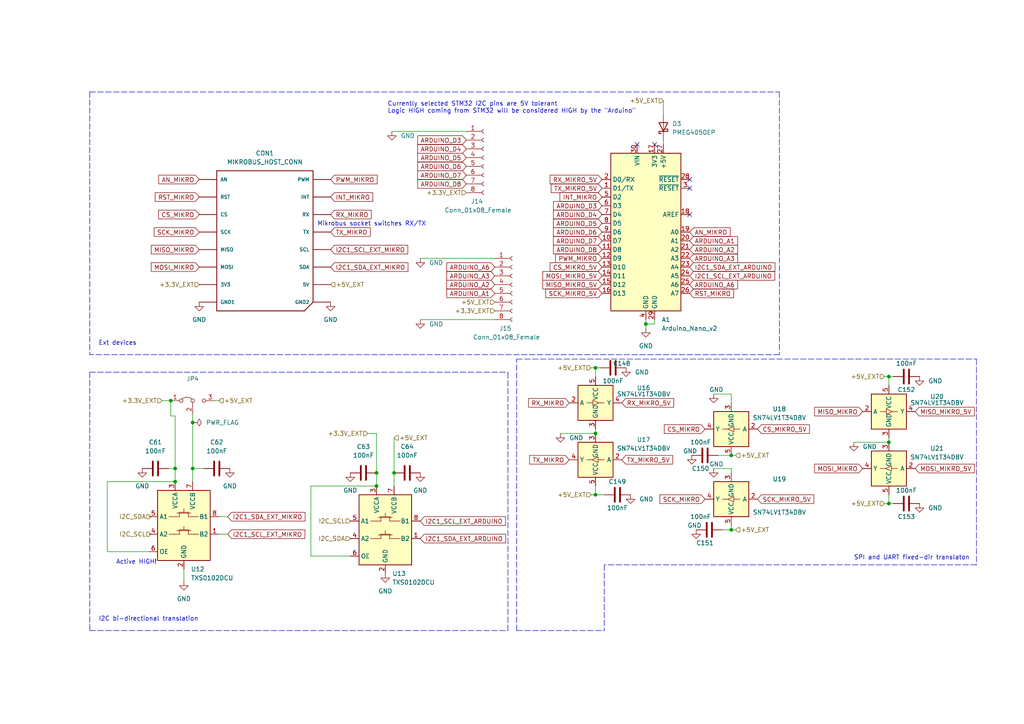
<source format=kicad_sch>
(kicad_sch (version 20211123) (generator eeschema)
  (paper "A4")
  (title_block (title "External devices") (date "2023-03-10") (rev "1") (company "University of Tartu"))
  (lib_symbols
    (symbol "Connector:Conn_01x08_Female" (pin_names (offset 1.016) hide)
      (property "Reference" "J" (at 0 10.16 0))
      (property "Value" "Conn_01x08_Female" (at 0 -12.7 0))
      (symbol "Conn_01x08_Female_1_1"
        (arc (start 0 -9.652) (mid -0.508 -10.16) (end 0 -10.668) (stroke (width 0.1524)))
        (arc (start 0 -7.112) (mid -0.508 -7.62) (end 0 -8.128) (stroke (width 0.1524)))
        (arc (start 0 -4.572) (mid -0.508 -5.08) (end 0 -5.588) (stroke (width 0.1524)))
        (arc (start 0 -2.032) (mid -0.508 -2.54) (end 0 -3.048) (stroke (width 0.1524)))
        (polyline (pts (xy -1.27 -10.16) (xy -0.508 -10.16)) (stroke (width 0.1524)))
        (polyline (pts (xy -1.27 -7.62) (xy -0.508 -7.62)) (stroke (width 0.1524)))
        (polyline (pts (xy -1.27 -5.08) (xy -0.508 -5.08)) (stroke (width 0.1524)))
        (polyline (pts (xy -1.27 -2.54) (xy -0.508 -2.54)) (stroke (width 0.1524)))
        (polyline (pts (xy -1.27 0) (xy -0.508 0)) (stroke (width 0.1524)))
        (polyline (pts (xy -1.27 2.54) (xy -0.508 2.54)) (stroke (width 0.1524)))
        (polyline (pts (xy -1.27 5.08) (xy -0.508 5.08)) (stroke (width 0.1524)))
        (polyline (pts (xy -1.27 7.62) (xy -0.508 7.62)) (stroke (width 0.1524)))
        (arc (start 0 0.508) (mid -0.508 0) (end 0 -0.508) (stroke (width 0.1524)))
        (arc (start 0 3.048) (mid -0.508 2.54) (end 0 2.032) (stroke (width 0.1524)))
        (arc (start 0 5.588) (mid -0.508 5.08) (end 0 4.572) (stroke (width 0.1524)))
        (arc (start 0 8.128) (mid -0.508 7.62) (end 0 7.112) (stroke (width 0.1524)))
        (pin passive line (at -5.08 7.62 0) (length 3.81) (name "Pin_1") (number "1"))
        (pin passive line (at -5.08 5.08 0) (length 3.81) (name "Pin_2") (number "2"))
        (pin passive line (at -5.08 2.54 0) (length 3.81) (name "Pin_3") (number "3"))
        (pin passive line (at -5.08 0 0) (length 3.81) (name "Pin_4") (number "4"))
        (pin passive line (at -5.08 -2.54 0) (length 3.81) (name "Pin_5") (number "5"))
        (pin passive line (at -5.08 -5.08 0) (length 3.81) (name "Pin_6") (number "6"))
        (pin passive line (at -5.08 -7.62 0) (length 3.81) (name "Pin_7") (number "7"))
        (pin passive line (at -5.08 -10.16 0) (length 3.81) (name "Pin_8") (number "8"))
      )
    )
    (symbol "Device:C" (pin_numbers hide) (pin_names (offset 0.254))
      (property "Reference" "C" (at 0.635 2.54 0))
      (property "Value" "C" (at 0.635 -2.54 0))
      (symbol "C_0_1"
        (polyline (pts (xy -2.032 -0.762) (xy 2.032 -0.762)) (stroke (width 0.508)))
        (polyline (pts (xy -2.032 0.762) (xy 2.032 0.762)) (stroke (width 0.508)))
      )
      (symbol "C_1_1"
        (pin passive line (at 0 3.81 270) (length 2.794) (name "~") (number "1"))
        (pin passive line (at 0 -3.81 90) (length 2.794) (name "~") (number "2"))
      )
    )
    (symbol "Device:D_Schottky" (pin_numbers hide) (pin_names (offset 1.016) hide)
      (property "Reference" "D" (at 0 2.54 0))
      (property "Value" "D_Schottky" (at 0 -2.54 0))
      (symbol "D_Schottky_0_1"
        (polyline (pts (xy 1.27 0) (xy -1.27 0)))
        (polyline (pts (xy 1.27 1.27) (xy 1.27 -1.27) (xy -1.27 0) (xy 1.27 1.27)) (stroke (width 0.254)))
        (polyline (pts (xy -1.905 0.635) (xy -1.905 1.27) (xy -1.27 1.27) (xy -1.27 -1.27) (xy -0.635 -1.27) (xy -0.635 -0.635)) (stroke (width 0.254)))
      )
      (symbol "D_Schottky_1_1"
        (pin passive line (at -3.81 0 0) (length 2.54) (name "K") (number "1"))
        (pin passive line (at 3.81 0 180) (length 2.54) (name "A") (number "2"))
      )
    )
    (symbol "Jumper:Jumper_3_Bridged12" (pin_names (offset 0) hide)
      (property "Reference" "JP" (at -2.54 -2.54 0))
      (property "Value" "Jumper_3_Bridged12" (at 0 2.794 0))
      (symbol "Jumper_3_Bridged12_0_0"
        (circle (center -3.302 0) (radius 0.508))
        (circle (center 0 0) (radius 0.508))
        (circle (center 3.302 0) (radius 0.508))
      )
      (symbol "Jumper_3_Bridged12_0_1"
        (arc (start -0.254 0.508) (mid -1.651 0.9912) (end -3.048 0.508))
        (polyline (pts (xy 0 -1.27) (xy 0 -0.508)))
      )
      (symbol "Jumper_3_Bridged12_1_1"
        (pin passive line (at -6.35 0 0) (length 2.54) (name "A") (number "1"))
        (pin passive line (at 0 -3.81 90) (length 2.54) (name "C") (number "2"))
        (pin passive line (at 6.35 0 180) (length 2.54) (name "B") (number "3"))
      )
    )
    (symbol "Logic_LevelTranslator:SN74LV1T34DBV"
      (property "Reference" "U" (at 5.08 6.35 0))
      (property "Value" "SN74LV1T34DBV" (at 5.08 3.81 0))
      (symbol "SN74LV1T34DBV_0_1"
        (rectangle (start -5.08 5.08) (end 5.08 -5.08) (stroke (width 0.254)) (fill (type background)))
        (polyline (pts (xy -0.762 0) (xy -2.54 0)))
        (polyline (pts (xy 1.016 0) (xy 2.54 0)))
      )
      (symbol "SN74LV1T34DBV_1_1"
        (polyline (pts (xy -0.762 -0.762) (xy -0.762 0.762) (xy 1.016 0) (xy -0.762 -0.762)))
        (pin no_connect line (at -5.08 2.54 0) (length 2.54) hide (name "NC") (number "1"))
        (pin input line (at -7.62 0 0) (length 2.54) (name "A") (number "2"))
        (pin power_in line (at 0 -7.62 90) (length 2.54) (name "GND") (number "3"))
        (pin output line (at 7.62 0 180) (length 2.54) (name "Y") (number "4"))
        (pin power_in line (at 0 7.62 270) (length 2.54) (name "VCC") (number "5"))
      )
    )
    (symbol "Logic_LevelTranslator:TXS0102DCU"
      (property "Reference" "U" (at -6.35 11.43 0))
      (property "Value" "TXS0102DCU" (at 3.81 11.43 0))
      (symbol "TXS0102DCU_0_1"
        (rectangle (start -7.62 10.16) (end 7.62 -10.16) (stroke (width 0.254)) (fill (type background)))
        (polyline (pts (xy -4.318 -2.54) (xy -1.27 -2.54)))
        (polyline (pts (xy -2.032 -1.524) (xy 2.032 -1.524)))
        (polyline (pts (xy -1.524 -1.27) (xy 1.524 -1.27)))
        (polyline (pts (xy -1.27 -2.54) (xy -1.27 -1.524)))
        (polyline (pts (xy 0 -1.27) (xy 0 -0.254)))
        (polyline (pts (xy 1.27 -2.54) (xy 1.27 -1.524)))
        (polyline (pts (xy 4.318 -2.54) (xy 1.27 -2.54)))
      )
      (symbol "TXS0102DCU_1_1"
        (polyline (pts (xy -4.318 2.54) (xy -1.27 2.54)))
        (polyline (pts (xy -2.032 3.556) (xy 2.032 3.556)))
        (polyline (pts (xy -1.524 3.81) (xy 1.524 3.81)))
        (polyline (pts (xy -1.27 2.54) (xy -1.27 3.556)))
        (polyline (pts (xy 0 3.81) (xy 0 4.826)))
        (polyline (pts (xy 1.27 2.54) (xy 1.27 3.556)))
        (polyline (pts (xy 4.318 2.54) (xy 1.27 2.54)))
        (pin bidirectional line (at 10.16 -2.54 180) (length 2.54) (name "B2") (number "1"))
        (pin power_in line (at 0 -12.7 90) (length 2.54) (name "GND") (number "2"))
        (pin power_in line (at -2.54 12.7 270) (length 2.54) (name "VCCA") (number "3"))
        (pin bidirectional line (at -10.16 -2.54 0) (length 2.54) (name "A2") (number "4"))
        (pin bidirectional line (at -10.16 2.54 0) (length 2.54) (name "A1") (number "5"))
        (pin input line (at -10.16 -7.62 0) (length 2.54) (name "OE") (number "6"))
        (pin power_in line (at 2.54 12.7 270) (length 2.54) (name "VCCB") (number "7"))
        (pin bidirectional line (at 10.16 2.54 180) (length 2.54) (name "B1") (number "8"))
      )
    )
    (symbol "MCU_Module:Arduino_Nano_v2.x"
      (property "Reference" "A" (at -10.16 23.495 0))
      (property "Value" "Arduino_Nano_v2.x" (at 5.08 -24.13 0))
      (symbol "Arduino_Nano_v2.x_0_1"
        (rectangle (start -10.16 22.86) (end 10.16 -22.86) (stroke (width 0.254)) (fill (type background)))
      )
      (symbol "Arduino_Nano_v2.x_1_1"
        (pin bidirectional line (at -12.7 12.7 0) (length 2.54) (name "D1/TX") (number "1"))
        (pin bidirectional line (at -12.7 -2.54 0) (length 2.54) (name "D7") (number "10"))
        (pin bidirectional line (at -12.7 -5.08 0) (length 2.54) (name "D8") (number "11"))
        (pin bidirectional line (at -12.7 -7.62 0) (length 2.54) (name "D9") (number "12"))
        (pin bidirectional line (at -12.7 -10.16 0) (length 2.54) (name "D10") (number "13"))
        (pin bidirectional line (at -12.7 -12.7 0) (length 2.54) (name "D11") (number "14"))
        (pin bidirectional line (at -12.7 -15.24 0) (length 2.54) (name "D12") (number "15"))
        (pin bidirectional line (at -12.7 -17.78 0) (length 2.54) (name "D13") (number "16"))
        (pin power_out line (at 2.54 25.4 270) (length 2.54) (name "3V3") (number "17"))
        (pin input line (at 12.7 5.08 180) (length 2.54) (name "AREF") (number "18"))
        (pin bidirectional line (at 12.7 0 180) (length 2.54) (name "A0") (number "19"))
        (pin bidirectional line (at -12.7 15.24 0) (length 2.54) (name "D0/RX") (number "2"))
        (pin bidirectional line (at 12.7 -2.54 180) (length 2.54) (name "A1") (number "20"))
        (pin bidirectional line (at 12.7 -5.08 180) (length 2.54) (name "A2") (number "21"))
        (pin bidirectional line (at 12.7 -7.62 180) (length 2.54) (name "A3") (number "22"))
        (pin bidirectional line (at 12.7 -10.16 180) (length 2.54) (name "A4") (number "23"))
        (pin bidirectional line (at 12.7 -12.7 180) (length 2.54) (name "A5") (number "24"))
        (pin bidirectional line (at 12.7 -15.24 180) (length 2.54) (name "A6") (number "25"))
        (pin bidirectional line (at 12.7 -17.78 180) (length 2.54) (name "A7") (number "26"))
        (pin power_out line (at 5.08 25.4 270) (length 2.54) (name "+5V") (number "27"))
        (pin input line (at 12.7 15.24 180) (length 2.54) (name "~{RESET}") (number "28"))
        (pin power_in line (at 2.54 -25.4 90) (length 2.54) (name "GND") (number "29"))
        (pin input line (at 12.7 12.7 180) (length 2.54) (name "~{RESET}") (number "3"))
        (pin power_in line (at -2.54 25.4 270) (length 2.54) (name "VIN") (number "30"))
        (pin power_in line (at 0 -25.4 90) (length 2.54) (name "GND") (number "4"))
        (pin bidirectional line (at -12.7 10.16 0) (length 2.54) (name "D2") (number "5"))
        (pin bidirectional line (at -12.7 7.62 0) (length 2.54) (name "D3") (number "6"))
        (pin bidirectional line (at -12.7 5.08 0) (length 2.54) (name "D4") (number "7"))
        (pin bidirectional line (at -12.7 2.54 0) (length 2.54) (name "D5") (number "8"))
        (pin bidirectional line (at -12.7 0 0) (length 2.54) (name "D6") (number "9"))
      )
    )
    (symbol "Robotont:MIKROBUS_HOST_CONN" (pin_numbers hide) (pin_names (offset 1.016))
      (property "Reference" "CON" (at 10.16 38.1 0))
      (property "Value" "MIKROBUS_HOST_CONN" (at 2.54 3.81 0))
      (symbol "MIKROBUS_HOST_CONN_0_0"
        (polyline (pts (xy 0 0) (xy 0 40.64)) (stroke (width 0.254)))
        (polyline (pts (xy 0 40.64) (xy 27.94 40.64)) (stroke (width 0.254)))
        (polyline (pts (xy 25.4 0) (xy 0 0)) (stroke (width 0.254)))
        (polyline (pts (xy 27.94 2.54) (xy 25.4 0)) (stroke (width 0.254)))
        (polyline (pts (xy 27.94 40.64) (xy 27.94 2.54)) (stroke (width 0.254)))
        (pin bidirectional line (at -5.08 38.1 0) (length 5.08) (name "AN") (number "P1"))
        (pin power_in line (at 33.02 7.62 180) (length 5.08) (name "5V") (number "P10"))
        (pin bidirectional line (at 33.02 12.7 180) (length 5.08) (name "SDA") (number "P11"))
        (pin bidirectional line (at 33.02 17.78 180) (length 5.08) (name "SCL") (number "P12"))
        (pin bidirectional line (at 33.02 22.86 180) (length 5.08) (name "TX") (number "P13"))
        (pin bidirectional line (at 33.02 27.94 180) (length 5.08) (name "RX") (number "P14"))
        (pin bidirectional line (at 33.02 33.02 180) (length 5.08) (name "INT") (number "P15"))
        (pin bidirectional line (at 33.02 38.1 180) (length 5.08) (name "PWM") (number "P16"))
        (pin bidirectional line (at -5.08 33.02 0) (length 5.08) (name "RST") (number "P2"))
        (pin bidirectional line (at -5.08 27.94 0) (length 5.08) (name "CS") (number "P3"))
        (pin bidirectional line (at -5.08 22.86 0) (length 5.08) (name "SCK") (number "P4"))
        (pin bidirectional line (at -5.08 17.78 0) (length 5.08) (name "MISO") (number "P5"))
        (pin bidirectional line (at -5.08 12.7 0) (length 5.08) (name "MOSI") (number "P6"))
        (pin power_in line (at -5.08 7.62 0) (length 5.08) (name "3V3") (number "P7"))
        (pin bidirectional line (at -5.08 2.54 0) (length 5.08) (name "GND1") (number "P8"))
        (pin bidirectional line (at 33.02 2.54 180) (length 5.08) (name "GND2") (number "P9"))
      )
    )
    (symbol "power:GND" (power) (pin_names (offset 0))
      (property "Value" "GND" (at 0 -3.81 0))
      (symbol "GND_0_1"
        (polyline (pts (xy 0 0) (xy 0 -1.27) (xy 1.27 -1.27) (xy 0 -2.54) (xy -1.27 -1.27) (xy 0 -1.27)))
      )
      (symbol "GND_1_1"
        (pin power_in line (at 0 0 270) (length 0) hide (name "GND") (number "1"))
      )
    )
    (symbol "power:PWR_FLAG" (power) (pin_numbers hide) (pin_names (offset 0) hide)
      (property "Value" "PWR_FLAG" (at 0 3.81 0))
      (symbol "PWR_FLAG_0_0"
        (pin power_out line (at 0 0 90) (length 0) (name "pwr") (number "1"))
      )
      (symbol "PWR_FLAG_0_1"
        (polyline (pts (xy 0 0) (xy 0 1.27) (xy -1.016 1.905) (xy 0 2.54) (xy 1.016 1.905) (xy 0 1.27)))
      )
    )
  )
  (junction (at 114.3 137.16))
  (junction (at 109.22 137.16))
  (junction (at 50.8 135.89))
  (junction (at 49.53 116.205))
  (junction (at 172.72 106.68))
  (junction (at 172.72 143.51))
  (junction (at 55.88 135.89))
  (junction (at 212.09 153.67))
  (junction (at 109.22 140.97))
  (junction (at 50.8 139.7))
  (junction (at 187.325 93.98))
  (junction (at 172.72 125.73))
  (junction (at 257.81 128.27))
  (junction (at 55.88 122.555))
  (junction (at 257.81 109.22))
  (junction (at 212.09 132.08))
  (junction (at 257.81 146.05))
  (no_connect (at 184.785 41.91))
  (no_connect (at 189.865 41.91))
  (no_connect (at 200.025 52.07))
  (no_connect (at 200.025 62.23))
  (no_connect (at 200.025 54.61))
  (wire (pts (xy 209.55 153.67) (xy 212.09 153.67)))
  (wire (pts (xy 213.36 132.08) (xy 212.09 132.08)))
  (wire (pts (xy 106.68 125.73) (xy 109.22 125.73)))
  (wire (pts (xy 171.45 143.51) (xy 172.72 143.51)))
  (polyline (pts (xy 147.32 182.88) (xy 147.32 107.95)))
  (wire (pts (xy 257.81 146.05) (xy 259.08 146.05)))
  (wire (pts (xy 187.325 93.98) (xy 189.865 93.98)))
  (wire (pts (xy 55.88 135.89) (xy 55.88 139.7)))
  (wire (pts (xy 257.81 109.22) (xy 259.08 109.22)))
  (wire (pts (xy 208.28 132.08) (xy 212.09 132.08)))
  (wire (pts (xy 187.325 93.98) (xy 187.325 95.25)))
  (wire (pts (xy 55.88 120.015) (xy 55.88 122.555)))
  (wire (pts (xy 46.99 116.205) (xy 49.53 116.205)))
  (wire (pts (xy 109.22 125.73) (xy 109.22 137.16)))
  (polyline (pts (xy 26.035 26.67) (xy 226.06 26.67)))
  (wire (pts (xy 212.09 153.67) (xy 213.36 153.67)))
  (wire (pts (xy 43.18 154.94) (xy 43.815 154.94)))
  (wire (pts (xy 50.8 120.65) (xy 49.53 120.65)))
  (wire (pts (xy 50.8 135.89) (xy 50.8 139.7)))
  (wire (pts (xy 256.54 109.22) (xy 257.81 109.22)))
  (wire (pts (xy 121.92 74.93) (xy 143.51 74.93)))
  (wire (pts (xy 113.665 38.1) (xy 135.255 38.1)))
  (polyline (pts (xy 149.86 182.88) (xy 149.86 104.14)))
  (wire (pts (xy 49.53 116.205) (xy 49.53 120.65)))
  (polyline (pts (xy 175.26 163.83) (xy 175.26 182.88)))
  (wire (pts (xy 212.09 135.89) (xy 212.09 137.16)))
  (polyline (pts (xy 283.21 104.14) (xy 283.21 163.83)))
  (wire (pts (xy 256.54 146.05) (xy 257.81 146.05)))
  (polyline (pts (xy 26.035 182.88) (xy 147.32 182.88)))
  (wire (pts (xy 101.6 161.29) (xy 90.17 161.29)))
  (wire (pts (xy 192.405 29.21) (xy 192.405 33.02)))
  (wire (pts (xy 212.09 114.3) (xy 212.09 116.84)))
  (wire (pts (xy 114.3 127) (xy 114.3 137.16)))
  (wire (pts (xy 207.01 114.3) (xy 212.09 114.3)))
  (wire (pts (xy 62.23 116.205) (xy 63.5 116.205)))
  (wire (pts (xy 90.17 161.29) (xy 90.17 140.97)))
  (wire (pts (xy 63.5 149.86) (xy 66.04 149.86)))
  (wire (pts (xy 121.92 92.71) (xy 143.51 92.71)))
  (wire (pts (xy 192.405 40.64) (xy 192.405 41.91)))
  (wire (pts (xy 172.72 106.68) (xy 173.99 106.68)))
  (wire (pts (xy 48.895 135.89) (xy 50.8 135.89)))
  (polyline (pts (xy 226.06 26.67) (xy 226.06 102.87)))
  (wire (pts (xy 172.72 106.68) (xy 172.72 109.22)))
  (wire (pts (xy 114.3 137.16) (xy 114.3 140.97)))
  (polyline (pts (xy 26.035 26.67) (xy 26.035 102.87)))
  (polyline (pts (xy 149.86 182.88) (xy 175.26 182.88)))
  (wire (pts (xy 55.88 122.555) (xy 55.88 135.89)))
  (wire (pts (xy 257.81 111.76) (xy 257.81 109.22)))
  (polyline (pts (xy 226.06 102.87) (xy 26.035 102.87)))
  (wire (pts (xy 187.325 92.71) (xy 187.325 93.98)))
  (wire (pts (xy 53.34 165.1) (xy 53.3378 168.6027)))
  (wire (pts (xy 162.56 125.73) (xy 172.72 125.73)))
  (wire (pts (xy 55.88 135.89) (xy 59.055 135.89)))
  (wire (pts (xy 50.8 120.65) (xy 50.8 135.89)))
  (wire (pts (xy 172.72 143.51) (xy 175.26 143.51)))
  (wire (pts (xy 90.17 140.97) (xy 109.22 140.97)))
  (polyline (pts (xy 283.21 163.83) (xy 175.26 163.83)))
  (wire (pts (xy 257.81 143.51) (xy 257.81 146.05)))
  (wire (pts (xy 63.5 154.94) (xy 66.04 154.94)))
  (wire (pts (xy 189.865 93.98) (xy 189.865 92.71)))
  (polyline (pts (xy 149.86 104.14) (xy 283.21 104.14)))
  (wire (pts (xy 109.22 137.16) (xy 109.22 140.97)))
  (wire (pts (xy 43.18 160.02) (xy 31.115 160.02)))
  (wire (pts (xy 31.115 160.02) (xy 31.115 139.7)))
  (wire (pts (xy 172.72 140.97) (xy 172.72 143.51)))
  (polyline (pts (xy 26.035 107.95) (xy 26.035 182.88)))
  (wire (pts (xy 247.65 128.27) (xy 257.81 128.27)))
  (wire (pts (xy 171.45 106.68) (xy 172.72 106.68)))
  (polyline (pts (xy 26.035 107.95) (xy 147.32 107.95)))
  (wire (pts (xy 257.81 127) (xy 257.81 128.27)))
  (wire (pts (xy 31.115 139.7) (xy 50.8 139.7)))
  (wire (pts (xy 212.09 152.4) (xy 212.09 153.67)))
  (wire (pts (xy 43.18 149.86) (xy 43.815 149.86)))
  (wire (pts (xy 207.01 135.89) (xy 212.09 135.89)))
  (wire (pts (xy 172.72 124.46) (xy 172.72 125.73)))
  (text "Mikrobus socket switches RX/TX" (at 92.0131 65.7414 0) (effects (font (size 1.27 1.27)) (justify left bottom)))
  (text "I2C bi-directional translation\n" (at 28.575 180.34 0) (effects (font (size 1.27 1.27)) (justify left bottom)))
  (text "Active HIGH!" (at 33.655 163.83 0) (effects (font (size 1.27 1.27)) (justify left bottom)))
  (text "SPI and UART fixed-dir translaton" (at 247.65 162.56 0) (effects (font (size 1.27 1.27)) (justify left bottom)))
  (text "Currently selected STM32 I2C pins are 5V tolerant\nLogic HIGH coming from STM32 will be considered HIGH by the \"Arduino\"" (at 112.395 33.02 0) (effects (font (size 1.27 1.27)) (justify left bottom)))
  (text "Ext devices" (at 28.575 100.33 0) (effects (font (size 1.27 1.27)) (justify left bottom)))
  (global_label "I2C1_SDA_EXT_ARDUINO" (shape input) (at 121.92 156.21 0) (property "Intersheet References" "${INTERSHEET_REFS}" (effects hide)))
  (global_label "ARDUINO_A6" (shape input) (at 200.025 82.55 0) (property "Intersheet References" "${INTERSHEET_REFS}" (effects hide)))
  (global_label "TX_MIKRO" (shape input) (at 165.1 133.35 180) (property "Intersheet References" "${INTERSHEET_REFS}" (effects hide)))
  (global_label "ARDUINO_D4" (shape input) (at 174.625 62.23 180) (property "Intersheet References" "${INTERSHEET_REFS}" (effects hide)))
  (global_label "INT_MIKRO" (shape input) (at 174.625 57.15 180) (property "Intersheet References" "${INTERSHEET_REFS}" (effects hide)))
  (global_label "I2C1_SDA_EXT_MIKRO" (shape input) (at 95.885 77.47 0) (property "Intersheet References" "${INTERSHEET_REFS}" (effects hide)))
  (global_label "I2C1_SCL_EXT_ARDUINO" (shape input) (at 121.92 151.13 0) (property "Intersheet References" "${INTERSHEET_REFS}" (effects hide)))
  (global_label "TX_MIKRO" (shape input) (at 95.885 67.31 0) (property "Intersheet References" "${INTERSHEET_REFS}" (effects hide)))
  (global_label "ARDUINO_D3" (shape input) (at 174.625 59.69 180) (property "Intersheet References" "${INTERSHEET_REFS}" (effects hide)))
  (global_label "RX_MIKRO" (shape input) (at 165.1 116.84 180) (property "Intersheet References" "${INTERSHEET_REFS}" (effects hide)))
  (global_label "TX_MIKRO_5V" (shape input) (at 174.625 54.61 180) (property "Intersheet References" "${INTERSHEET_REFS}" (effects hide)))
  (global_label "ARDUINO_D3" (shape input) (at 135.255 40.64 180) (property "Intersheet References" "${INTERSHEET_REFS}" (effects hide)))
  (global_label "ARDUINO_A3" (shape input) (at 200.025 74.93 0) (property "Intersheet References" "${INTERSHEET_REFS}" (effects hide)))
  (global_label "I2C1_SCL_EXT_ARDUINO" (shape input) (at 200.025 80.01 0) (property "Intersheet References" "${INTERSHEET_REFS}" (effects hide)))
  (global_label "CS_MIKRO" (shape input) (at 204.47 124.46 180) (property "Intersheet References" "${INTERSHEET_REFS}" (effects hide)))
  (global_label "ARDUINO_D8" (shape input) (at 135.255 53.34 180) (property "Intersheet References" "${INTERSHEET_REFS}" (effects hide)))
  (global_label "SCK_MIKRO_5V" (shape input) (at 174.625 85.09 180) (property "Intersheet References" "${INTERSHEET_REFS}" (effects hide)))
  (global_label "ARDUINO_D5" (shape input) (at 174.625 64.77 180) (property "Intersheet References" "${INTERSHEET_REFS}" (effects hide)))
  (global_label "MISO_MIKRO" (shape input) (at 250.19 119.38 180) (property "Intersheet References" "${INTERSHEET_REFS}" (effects hide)))
  (global_label "ARDUINO_D5" (shape input) (at 135.255 45.72 180) (property "Intersheet References" "${INTERSHEET_REFS}" (effects hide)))
  (global_label "MOSI_MIKRO" (shape input) (at 250.19 135.89 180) (property "Intersheet References" "${INTERSHEET_REFS}" (effects hide)))
  (global_label "MISO_MIKRO_5V" (shape input) (at 265.43 119.38 0) (property "Intersheet References" "${INTERSHEET_REFS}" (effects hide)))
  (global_label "I2C1_SDA_EXT_MIKRO" (shape input) (at 66.04 149.86 0) (property "Intersheet References" "${INTERSHEET_REFS}" (effects hide)))
  (global_label "AN_MIKRO" (shape input) (at 200.025 67.31 0) (property "Intersheet References" "${INTERSHEET_REFS}" (effects hide)))
  (global_label "SCK_MIKRO_5V" (shape input) (at 219.71 144.78 0) (property "Intersheet References" "${INTERSHEET_REFS}" (effects hide)))
  (global_label "ARDUINO_D6" (shape input) (at 135.255 48.26 180) (property "Intersheet References" "${INTERSHEET_REFS}" (effects hide)))
  (global_label "RX_MIKRO_5V" (shape input) (at 180.34 116.84 0) (property "Intersheet References" "${INTERSHEET_REFS}" (effects hide)))
  (global_label "RX_MIKRO" (shape input) (at 95.885 62.23 0) (property "Intersheet References" "${INTERSHEET_REFS}" (effects hide)))
  (global_label "ARDUINO_A3" (shape input) (at 143.51 80.01 180) (property "Intersheet References" "${INTERSHEET_REFS}" (effects hide)))
  (global_label "ARDUINO_D8" (shape input) (at 174.625 72.39 180) (property "Intersheet References" "${INTERSHEET_REFS}" (effects hide)))
  (global_label "I2C1_SCL_EXT_MIKRO" (shape input) (at 95.885 72.39 0) (property "Intersheet References" "${INTERSHEET_REFS}" (effects hide)))
  (global_label "CS_MIKRO_5V" (shape input) (at 174.625 77.47 180) (property "Intersheet References" "${INTERSHEET_REFS}" (effects hide)))
  (global_label "I2C1_SDA_EXT_ARDUINO" (shape input) (at 200.025 77.47 0) (property "Intersheet References" "${INTERSHEET_REFS}" (effects hide)))
  (global_label "MOSI_MIKRO_5V" (shape input) (at 265.43 135.89 0) (property "Intersheet References" "${INTERSHEET_REFS}" (effects hide)))
  (global_label "ARDUINO_A2" (shape input) (at 200.025 72.39 0) (property "Intersheet References" "${INTERSHEET_REFS}" (effects hide)))
  (global_label "MOSI_MIKRO_5V" (shape input) (at 174.625 80.01 180) (property "Intersheet References" "${INTERSHEET_REFS}" (effects hide)))
  (global_label "CS_MIKRO" (shape input) (at 57.785 62.23 180) (property "Intersheet References" "${INTERSHEET_REFS}" (effects hide)))
  (global_label "RX_MIKRO_5V" (shape input) (at 174.625 52.07 180) (property "Intersheet References" "${INTERSHEET_REFS}" (effects hide)))
  (global_label "PWM_MIKRO" (shape input) (at 174.625 74.93 180) (property "Intersheet References" "${INTERSHEET_REFS}" (effects hide)))
  (global_label "ARDUINO_D7" (shape input) (at 174.625 69.85 180) (property "Intersheet References" "${INTERSHEET_REFS}" (effects hide)))
  (global_label "RST_MIKRO" (shape input) (at 200.025 85.09 0) (property "Intersheet References" "${INTERSHEET_REFS}" (effects hide)))
  (global_label "SCK_MIKRO" (shape input) (at 57.785 67.31 180) (property "Intersheet References" "${INTERSHEET_REFS}" (effects hide)))
  (global_label "SCK_MIKRO" (shape input) (at 204.47 144.78 180) (property "Intersheet References" "${INTERSHEET_REFS}" (effects hide)))
  (global_label "ARDUINO_A2" (shape input) (at 143.51 82.55 180) (property "Intersheet References" "${INTERSHEET_REFS}" (effects hide)))
  (global_label "ARDUINO_D7" (shape input) (at 135.255 50.8 180) (property "Intersheet References" "${INTERSHEET_REFS}" (effects hide)))
  (global_label "ARDUINO_A1" (shape input) (at 143.51 85.09 180) (property "Intersheet References" "${INTERSHEET_REFS}" (effects hide)))
  (global_label "ARDUINO_A1" (shape input) (at 200.025 69.85 0) (property "Intersheet References" "${INTERSHEET_REFS}" (effects hide)))
  (global_label "I2C1_SCL_EXT_MIKRO" (shape input) (at 66.04 154.94 0) (property "Intersheet References" "${INTERSHEET_REFS}" (effects hide)))
  (global_label "ARDUINO_D6" (shape input) (at 174.625 67.31 180) (property "Intersheet References" "${INTERSHEET_REFS}" (effects hide)))
  (global_label "TX_MIKRO_5V" (shape input) (at 180.34 133.35 0) (property "Intersheet References" "${INTERSHEET_REFS}" (effects hide)))
  (global_label "RST_MIKRO" (shape input) (at 57.785 57.15 180) (property "Intersheet References" "${INTERSHEET_REFS}" (effects hide)))
  (global_label "INT_MIKRO" (shape input) (at 95.885 57.15 0) (property "Intersheet References" "${INTERSHEET_REFS}" (effects hide)))
  (global_label "MISO_MIKRO" (shape input) (at 57.785 72.39 180) (property "Intersheet References" "${INTERSHEET_REFS}" (effects hide)))
  (global_label "ARDUINO_A6" (shape input) (at 143.51 77.47 180) (property "Intersheet References" "${INTERSHEET_REFS}" (effects hide)))
  (global_label "ARDUINO_D4" (shape input) (at 135.255 43.18 180) (property "Intersheet References" "${INTERSHEET_REFS}" (effects hide)))
  (global_label "PWM_MIKRO" (shape input) (at 95.885 52.07 0) (property "Intersheet References" "${INTERSHEET_REFS}" (effects hide)))
  (global_label "AN_MIKRO" (shape input) (at 57.785 52.07 180) (property "Intersheet References" "${INTERSHEET_REFS}" (effects hide)))
  (global_label "CS_MIKRO_5V" (shape input) (at 219.71 124.46 0) (property "Intersheet References" "${INTERSHEET_REFS}" (effects hide)))
  (global_label "MOSI_MIKRO" (shape input) (at 57.785 77.47 180) (property "Intersheet References" "${INTERSHEET_REFS}" (effects hide)))
  (global_label "MISO_MIKRO_5V" (shape input) (at 174.625 82.55 180) (property "Intersheet References" "${INTERSHEET_REFS}" (effects hide)))
  (hierarchical_label "+3.3V_EXT" (shape input) (at 57.785 82.55 180))
  (hierarchical_label "+3.3V_EXT" (shape input) (at 46.99 116.205 180))
  (hierarchical_label "+3.3V_EXT" (shape input) (at 143.51 90.17 180))
  (hierarchical_label "+5V_EXT" (shape input) (at 171.45 143.51 180))
  (hierarchical_label "+5V_EXT" (shape input) (at 213.36 132.08 0))
  (hierarchical_label "I2C_SCL" (shape input) (at 101.6 151.13 180))
  (hierarchical_label "I2C_SDA" (shape input) (at 43.815 149.86 180))
  (hierarchical_label "+5V_EXT" (shape input) (at 95.885 82.55 0))
  (hierarchical_label "+5V_EXT" (shape input) (at 256.54 109.22 180))
  (hierarchical_label "+5V_EXT" (shape input) (at 256.54 146.05 180))
  (hierarchical_label "I2C_SCL" (shape input) (at 43.815 154.94 180))
  (hierarchical_label "+5V_EXT" (shape input) (at 143.51 87.63 180))
  (hierarchical_label "+3.3V_EXT" (shape input) (at 106.68 125.73 180))
  (hierarchical_label "+3.3V_EXT" (shape input) (at 135.255 55.88 180))
  (hierarchical_label "+5V_EXT" (shape input) (at 171.45 106.68 180))
  (hierarchical_label "+5V_EXT" (shape input) (at 114.3 127 0))
  (hierarchical_label "+5V_EXT" (shape input) (at 63.5 116.205 0))
  (hierarchical_label "+5V_EXT" (shape input) (at 213.36 153.67 0))
  (hierarchical_label "+5V_EXT" (shape input) (at 192.405 29.21 180))
  (hierarchical_label "I2C_SDA" (shape input) (at 101.6 156.21 180))
  (symbol (lib_id "Device:C") (at 262.89 146.05 90) (unit 1)
    (property "Reference" "C153" (at 262.89 149.86 90))
    (property "Value" "100nF" (at 262.89 142.24 90))
    (property "Footprint" "Capacitor_SMD:C_0402_1005Metric" (effects hide))
    (property "Datasheet" "https://datasheet.lcsc.com/lcsc/1810101813_YAGEO-CC0805KRX7R9BB104_C49678.pdf" (effects hide))
    (property "LCSC" "C49678" (effects hide))
  )
  (symbol (lib_id "power:GND") (at 111.76 166.37 0) (unit 1)
    (property "Reference" "#PWR089" (effects hide))
    (property "Value" "GND" (at 111.76 171.45 0))
  )
  (symbol (lib_id "power:GND") (at 200.66 132.08 0) (unit 1)
    (property "Reference" "#PWR0127" (effects hide))
    (property "Value" "GND" (at 198.12 130.81 0) (effects (justify left)))
  )
  (symbol (lib_id "Jumper:Jumper_3_Bridged12") (at 55.88 116.205 0) (unit 1)
    (property "Reference" "JP4" (at 55.88 109.855 0))
    (property "Value" " " (at 55.88 112.395 0))
    (property "Footprint" "Connector_PinHeader_2.54mm:PinHeader_1x03_P2.54mm_Vertical" (effects hide))
  )
  (symbol (lib_id "power:GND") (at 207.01 135.89 0) (unit 1)
    (property "Reference" "#PWR0122" (effects hide))
    (property "Value" "GND" (at 205.74 134.62 0) (effects (justify left)))
  )
  (symbol (lib_id "power:GND") (at 187.325 95.25 0) (unit 1)
    (property "Reference" "#PWR084" (effects hide))
    (property "Value" "GND" (at 187.325 100.33 0))
  )
  (symbol (lib_id "power:GND") (at 121.92 137.16 0) (unit 1)
    (property "Reference" "#PWR088" (effects hide))
    (property "Value" "GND" (at 121.92 142.24 0))
  )
  (symbol (lib_id "Device:C") (at 118.11 137.16 90) (unit 1)
    (property "Reference" "C64" (at 118.11 129.54 90))
    (property "Value" "100nF" (at 118.11 132.08 90))
    (property "Footprint" "Capacitor_SMD:C_0805_2012Metric" (effects hide))
    (property "Datasheet" "https://datasheet.lcsc.com/lcsc/1810101813_YAGEO-CC0805KRX7R9BB104_C49678.pdf" (effects hide))
    (property "LCSC" "C49678" (effects hide))
  )
  (symbol (lib_id "power:GND") (at 266.7 146.05 0) (unit 1)
    (property "Reference" "#PWR0129" (effects hide))
    (property "Value" "GND" (at 269.24 147.3199 0) (effects (justify left)))
  )
  (symbol (lib_id "MCU_Module:Arduino_Nano_v2.x") (at 187.325 67.31 0) (unit 1)
    (property "Reference" "A1" (at 191.8844 92.71 0) (effects (justify left)))
    (property "Value" "Arduino_Nano_v2" (at 191.8844 95.25 0) (effects (justify left)))
    (property "Footprint" "Module:Arduino_Nano" (effects hide))
    (property "Datasheet" "https://www.arduino.cc/en/uploads/Main/ArduinoNanoManual23.pdf" (effects hide))
  )
  (symbol (lib_id "power:GND") (at 57.785 87.63 0) (unit 1)
    (property "Reference" "#PWR081" (effects hide))
    (property "Value" "GND" (at 57.785 92.71 0))
  )
  (symbol (lib_id "power:GND") (at 41.275 135.89 0) (unit 1)
    (property "Reference" "#PWR085" (effects hide))
    (property "Value" "GND" (at 41.275 140.97 0))
  )
  (symbol (lib_id "Device:C") (at 105.41 137.16 90) (unit 1)
    (property "Reference" "C63" (at 105.41 129.54 90))
    (property "Value" "100nF" (at 105.41 132.08 90))
    (property "Footprint" "Capacitor_SMD:C_0805_2012Metric" (effects hide))
    (property "Datasheet" "https://datasheet.lcsc.com/lcsc/1810101813_YAGEO-CC0805KRX7R9BB104_C49678.pdf" (effects hide))
    (property "LCSC" "C49678" (effects hide))
  )
  (symbol (lib_id "power:GND") (at 53.3378 168.6027 0) (unit 1)
    (property "Reference" "#PWR090" (effects hide))
    (property "Value" "GND" (at 53.3378 173.6827 0))
  )
  (symbol (lib_id "Device:C") (at 204.47 132.08 90) (unit 1)
    (property "Reference" "C150" (at 203.2 135.89 90))
    (property "Value" "100nF" (at 203.2 128.27 90))
    (property "Footprint" "Capacitor_SMD:C_0402_1005Metric" (effects hide))
    (property "Datasheet" "https://datasheet.lcsc.com/lcsc/1810101813_YAGEO-CC0805KRX7R9BB104_C49678.pdf" (effects hide))
    (property "LCSC" "C49678" (effects hide))
  )
  (symbol (lib_id "Device:C") (at 62.865 135.89 90) (unit 1)
    (property "Reference" "C62" (at 62.865 128.27 90))
    (property "Value" "100nF" (at 62.865 130.81 90))
    (property "Footprint" "Capacitor_SMD:C_0805_2012Metric" (effects hide))
    (property "Datasheet" "https://datasheet.lcsc.com/lcsc/1810101813_YAGEO-CC0805KRX7R9BB104_C49678.pdf" (effects hide))
    (property "LCSC" "C49678" (effects hide))
  )
  (symbol (lib_id "power:GND") (at 113.665 38.1 0) (unit 1)
    (property "Reference" "#PWR079" (effects hide))
    (property "Value" "GND" (at 116.205 39.3699 0) (effects (justify left)))
  )
  (symbol (lib_id "power:GND") (at 201.93 153.67 0) (unit 1)
    (property "Reference" "#PWR0126" (effects hide))
    (property "Value" "GND" (at 199.39 152.4 0) (effects (justify left)))
  )
  (symbol (lib_id "power:GND") (at 266.7 109.22 0) (unit 1)
    (property "Reference" "#PWR0130" (effects hide))
    (property "Value" "GND" (at 269.24 110.4899 0) (effects (justify left)))
  )
  (symbol (lib_id "power:GND") (at 66.675 135.89 0) (unit 1)
    (property "Reference" "#PWR086" (effects hide))
    (property "Value" "GND" (at 66.675 140.97 0))
  )
  (symbol (lib_id "power:GND") (at 162.56 125.73 0) (unit 1)
    (property "Reference" "#PWR0121" (effects hide))
    (property "Value" "GND" (at 165.1 126.9999 0) (effects (justify left)))
  )
  (symbol (lib_id "power:GND") (at 95.885 87.63 0) (unit 1)
    (property "Reference" "#PWR082" (effects hide))
    (property "Value" "GND" (at 95.885 92.71 0))
  )
  (symbol (lib_id "Logic_LevelTranslator:TXS0102DCU") (at 111.76 153.67 0) (unit 1)
    (property "Reference" "U13" (at 113.7794 166.37 0) (effects (justify left)))
    (property "Value" "TXS0102DCU" (at 113.7794 168.91 0) (effects (justify left)))
    (property "Footprint" "Package_SO:VSSOP-8_2.3x2mm_P0.5mm" (effects hide))
    (property "Datasheet" "http://www.ti.com/lit/gpn/txs0102" (effects hide))
    (property "LCSC" "C53434" (effects hide))
  )
  (symbol (lib_id "power:GND") (at 181.61 106.68 0) (unit 1)
    (property "Reference" "#PWR0125" (effects hide))
    (property "Value" "GND" (at 184.15 107.9499 0) (effects (justify left)))
  )
  (symbol (lib_id "Device:C") (at 262.89 109.22 90) (unit 1)
    (property "Reference" "C152" (at 262.89 113.03 90))
    (property "Value" "100nF" (at 262.89 105.41 90))
    (property "Footprint" "Capacitor_SMD:C_0402_1005Metric" (effects hide))
    (property "Datasheet" "https://datasheet.lcsc.com/lcsc/1810101813_YAGEO-CC0805KRX7R9BB104_C49678.pdf" (effects hide))
    (property "LCSC" "C49678" (effects hide))
  )
  (symbol (lib_id "Connector:Conn_01x08_Female") (at 148.59 82.55 0) (unit 1)
    (property "Reference" "J15" (at 144.78 95.25 0) (effects (justify left)))
    (property "Value" "Conn_01x08_Female" (at 137.16 97.79 0) (effects (justify left)))
    (property "Footprint" "Connector_PinSocket_2.54mm:PinSocket_1x08_P2.54mm_Vertical" (effects hide))
  )
  (symbol (lib_id "Logic_LevelTranslator:SN74LV1T34DBV") (at 212.09 124.46 180) (unit 1)
    (property "Reference" "U18" (at 226.06 118.6305 0))
    (property "Value" "SN74LV1T34DBV" (at 226.06 121.1705 0))
    (property "Footprint" "Package_TO_SOT_SMD:SOT-23-5" (effects hide))
    (property "Datasheet" "https://www.ti.com/lit/ds/symlink/sn74lv1t34.pdf" (effects hide))
  )
  (symbol (lib_id "power:GND") (at 121.92 92.71 0) (unit 1)
    (property "Reference" "#PWR083" (effects hide))
    (property "Value" "GND" (at 124.46 93.9799 0) (effects (justify left)))
  )
  (symbol (lib_id "power:PWR_FLAG") (at 55.88 122.555 270) (unit 1)
    (property "Reference" "#FLG012" (effects hide))
    (property "Value" "PWR_FLAG" (at 59.69 122.5549 90) (effects (justify left)))
  )
  (symbol (lib_id "Device:C") (at 45.085 135.89 90) (unit 1)
    (property "Reference" "C61" (at 45.085 128.27 90))
    (property "Value" "100nF" (at 45.085 130.81 90))
    (property "Footprint" "Capacitor_SMD:C_0805_2012Metric" (effects hide))
    (property "Datasheet" "https://datasheet.lcsc.com/lcsc/1810101813_YAGEO-CC0805KRX7R9BB104_C49678.pdf" (effects hide))
    (property "LCSC" "C49678" (effects hide))
  )
  (symbol (lib_id "power:GND") (at 121.92 74.93 0) (unit 1)
    (property "Reference" "#PWR080" (effects hide))
    (property "Value" "GND" (at 124.46 76.1999 0) (effects (justify left)))
  )
  (symbol (lib_id "Logic_LevelTranslator:SN74LV1T34DBV") (at 257.81 119.38 0) (unit 1)
    (property "Reference" "U20" (at 271.78 115.0493 0))
    (property "Value" "SN74LV1T34DBV" (at 271.78 116.84 0))
    (property "Footprint" "Package_TO_SOT_SMD:SOT-23-5" (effects hide))
    (property "Datasheet" "https://www.ti.com/lit/ds/symlink/sn74lv1t34.pdf" (effects hide))
  )
  (symbol (lib_id "Connector:Conn_01x08_Female") (at 140.335 45.72 0) (unit 1)
    (property "Reference" "J14" (at 136.525 58.42 0) (effects (justify left)))
    (property "Value" "Conn_01x08_Female" (at 128.905 60.96 0) (effects (justify left)))
    (property "Footprint" "Connector_PinSocket_2.54mm:PinSocket_1x08_P2.54mm_Vertical" (effects hide))
  )
  (symbol (lib_id "power:GND") (at 182.88 143.51 0) (unit 1)
    (property "Reference" "#PWR0128" (effects hide))
    (property "Value" "GND" (at 185.42 144.7799 0) (effects (justify left)))
  )
  (symbol (lib_id "Logic_LevelTranslator:SN74LV1T34DBV") (at 257.81 135.89 180) (unit 1)
    (property "Reference" "U21" (at 271.78 130.0605 0))
    (property "Value" "SN74LV1T34DBV" (at 271.78 132.6005 0))
    (property "Footprint" "Package_TO_SOT_SMD:SOT-23-5" (effects hide))
    (property "Datasheet" "https://www.ti.com/lit/ds/symlink/sn74lv1t34.pdf" (effects hide))
  )
  (symbol (lib_id "Device:D_Schottky") (at 192.405 36.83 90) (unit 1)
    (property "Reference" "D3" (at 194.945 35.8774 90) (effects (justify right)))
    (property "Value" "PMEG4050EP" (at 194.945 38.4174 90) (effects (justify right)))
    (property "Footprint" "Diode_SMD:D_SOD-128" (effects hide))
    (property "Datasheet" "https://datasheet.lcsc.com/lcsc/1811061814_Nexperia-PMEG4050EP-115_C96235.pdf" (effects hide))
    (property "LCSC" "C96235" (effects hide))
  )
  (symbol (lib_id "Robotont:MIKROBUS_HOST_CONN") (at 62.865 90.17 0) (unit 1)
    (property "Reference" "CON1" (at 76.835 44.45 0))
    (property "Value" "MIKROBUS_HOST_CONN" (at 76.835 46.99 0))
    (property "Footprint" "Robotont:MIKROBUS_HOST_CONN_M" (effects hide))
  )
  (symbol (lib_id "Logic_LevelTranslator:SN74LV1T34DBV") (at 172.72 133.35 180) (unit 1)
    (property "Reference" "U17" (at 186.69 127.5205 0))
    (property "Value" "SN74LV1T34DBV" (at 186.69 130.0605 0))
    (property "Footprint" "Package_TO_SOT_SMD:SOT-23-5" (effects hide))
    (property "Datasheet" "https://www.ti.com/lit/ds/symlink/sn74lv1t34.pdf" (effects hide))
  )
  (symbol (lib_id "Device:C") (at 205.74 153.67 90) (unit 1)
    (property "Reference" "C151" (at 204.47 157.48 90))
    (property "Value" "100nF" (at 203.2 149.86 90))
    (property "Footprint" "Capacitor_SMD:C_0402_1005Metric" (effects hide))
    (property "Datasheet" "https://datasheet.lcsc.com/lcsc/1810101813_YAGEO-CC0805KRX7R9BB104_C49678.pdf" (effects hide))
    (property "LCSC" "C49678" (effects hide))
  )
  (symbol (lib_id "Logic_LevelTranslator:SN74LV1T34DBV") (at 172.72 116.84 0) (unit 1)
    (property "Reference" "U16" (at 186.69 112.5093 0))
    (property "Value" "SN74LV1T34DBV" (at 186.69 114.3 0))
    (property "Footprint" "Package_TO_SOT_SMD:SOT-23-5" (effects hide))
    (property "Datasheet" "https://www.ti.com/lit/ds/symlink/sn74lv1t34.pdf" (effects hide))
  )
  (symbol (lib_id "Device:C") (at 177.8 106.68 90) (unit 1)
    (property "Reference" "C148" (at 180.34 105.41 90))
    (property "Value" "100nF" (at 177.8 110.49 90))
    (property "Footprint" "Capacitor_SMD:C_0402_1005Metric" (effects hide))
    (property "Datasheet" "https://datasheet.lcsc.com/lcsc/1810101813_YAGEO-CC0805KRX7R9BB104_C49678.pdf" (effects hide))
    (property "LCSC" "C49678" (effects hide))
  )
  (symbol (lib_id "power:GND") (at 101.6 137.16 0) (unit 1)
    (property "Reference" "#PWR087" (effects hide))
    (property "Value" "GND" (at 101.6 142.24 0))
  )
  (symbol (lib_id "power:GND") (at 207.01 114.3 0) (unit 1)
    (property "Reference" "#PWR0123" (effects hide))
    (property "Value" "GND" (at 205.74 113.03 0) (effects (justify left)))
  )
  (symbol (lib_id "Logic_LevelTranslator:TXS0102DCU") (at 53.34 152.4 0) (unit 1)
    (property "Reference" "U12" (at 55.3594 165.1 0) (effects (justify left)))
    (property "Value" "TXS0102DCU" (at 55.3594 167.64 0) (effects (justify left)))
    (property "Footprint" "Package_SO:VSSOP-8_2.3x2mm_P0.5mm" (effects hide))
    (property "Datasheet" "http://www.ti.com/lit/gpn/txs0102" (effects hide))
    (property "LCSC" "C53434" (effects hide))
  )
  (symbol (lib_id "power:GND") (at 247.65 128.27 0) (unit 1)
    (property "Reference" "#PWR0124" (effects hide))
    (property "Value" "GND" (at 250.19 129.5399 0) (effects (justify left)))
  )
  (symbol (lib_id "Logic_LevelTranslator:SN74LV1T34DBV") (at 212.09 144.78 180) (unit 1)
    (property "Reference" "U19" (at 226.06 138.9505 0))
    (property "Value" "SN74LV1T34DBV" (at 226.06 148.59 0))
    (property "Footprint" "Package_TO_SOT_SMD:SOT-23-5" (effects hide))
    (property "Datasheet" "https://www.ti.com/lit/ds/symlink/sn74lv1t34.pdf" (effects hide))
  )
  (symbol (lib_id "Device:C") (at 179.07 143.51 90) (unit 1)
    (property "Reference" "C149" (at 179.07 139.7 90))
    (property "Value" "100nF" (at 179.07 147.32 90))
    (property "Footprint" "Capacitor_SMD:C_0402_1005Metric" (effects hide))
    (property "Datasheet" "https://datasheet.lcsc.com/lcsc/1810101813_YAGEO-CC0805KRX7R9BB104_C49678.pdf" (effects hide))
    (property "LCSC" "C49678" (effects hide))
  )
)
</source>
